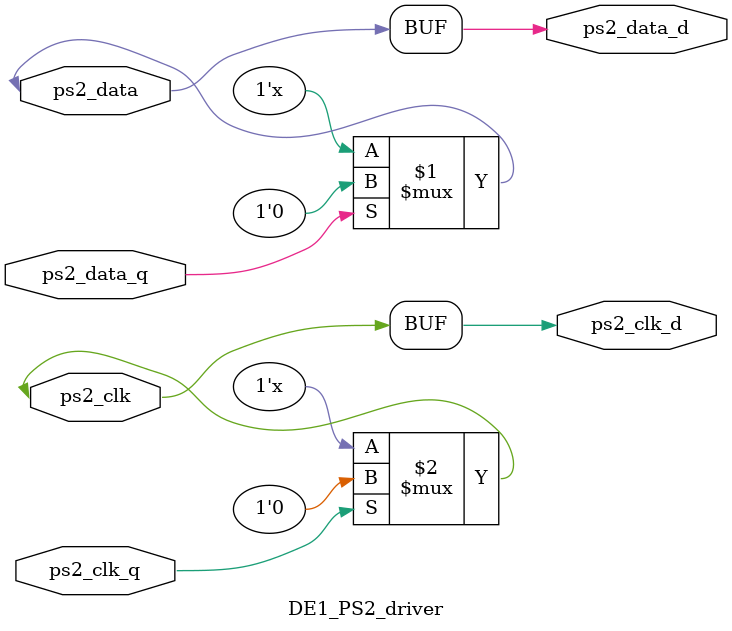
<source format=sv>
module DE1_PS2_driver(
		output wire ps2_data_d,
		output wire ps2_clk_d,
		input wire ps2_data_q,
		input wire ps2_clk_q,
		inout wire ps2_data,
		inout wire ps2_clk);
	
	assign ps2_data = ps2_data_q ? 1'b0 : 1'bz;
	assign ps2_clk = ps2_clk_q ? 1'b0 : 1'bz;
	assign ps2_data_d = ps2_data;
	assign ps2_clk_d = ps2_clk;
		
endmodule

</source>
